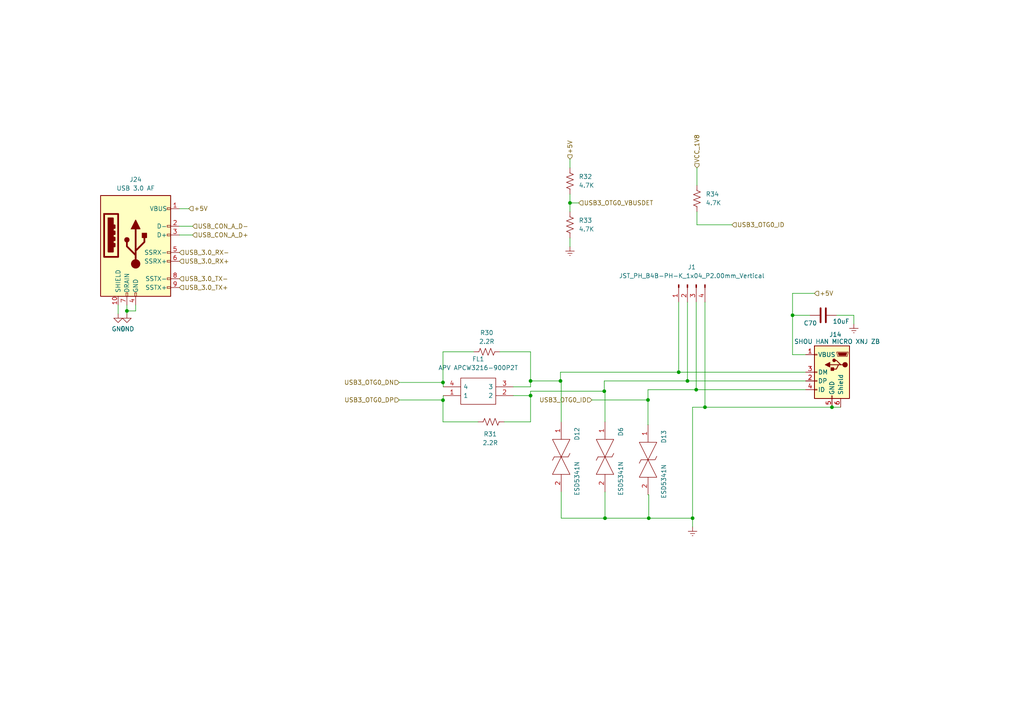
<source format=kicad_sch>
(kicad_sch (version 20231120) (generator "eeschema") (generator_version "8.0")
  (paper "A4")
  (lib_symbols
    (symbol "Connector:Conn_01x04_Pin" (pin_names (offset 1.016) hide)
      (property "Reference" "J" (at 0 5.08 0))
      (property "Value" "Conn_01x04_Pin" (at 0 -7.62 0))
      (symbol "Conn_01x04_Pin_1_1"
        (polyline (pts (xy 1.27 -5.08) (xy 0.8636 -5.08)) (stroke (width 0.1524)))
        (polyline (pts (xy 1.27 -2.54) (xy 0.8636 -2.54)) (stroke (width 0.1524)))
        (polyline (pts (xy 1.27 0) (xy 0.8636 0)) (stroke (width 0.1524)))
        (polyline (pts (xy 1.27 2.54) (xy 0.8636 2.54)) (stroke (width 0.1524)))
        (rectangle (start 0.8636 -4.953) (end 0 -5.207) (stroke (width 0.1524)) (fill (type outline)))
        (rectangle (start 0.8636 -2.413) (end 0 -2.667) (stroke (width 0.1524)) (fill (type outline)))
        (rectangle (start 0.8636 0.127) (end 0 -0.127) (stroke (width 0.1524)) (fill (type outline)))
        (rectangle (start 0.8636 2.667) (end 0 2.413) (stroke (width 0.1524)) (fill (type outline)))
        (pin passive line (at 5.08 2.54 180) (length 3.81) (name "Pin_1") (number "1"))
        (pin passive line (at 5.08 0 180) (length 3.81) (name "Pin_2") (number "2"))
        (pin passive line (at 5.08 -2.54 180) (length 3.81) (name "Pin_3") (number "3"))
        (pin passive line (at 5.08 -5.08 180) (length 3.81) (name "Pin_4") (number "4"))
      )
    )
    (symbol "Connector:USB3_A" (pin_names (offset 1.016))
      (property "Reference" "J" (at -10.16 15.24 0))
      (property "Value" "USB3_A" (at 10.16 15.24 0))
      (symbol "USB3_A_0_0"
        (rectangle (start -9.144 8.636) (end -5.08 -3.81) (stroke (width 0.508)))
        (rectangle (start -7.874 7.366) (end -6.604 -2.286) (stroke (width 0.508)) (fill (type outline)))
        (rectangle (start -6.35 0) (end -6.096 -0.762) (stroke (width 0.508)))
        (rectangle (start -6.35 1.778) (end -6.096 1.016) (stroke (width 0.508)))
        (rectangle (start -6.35 3.556) (end -6.096 2.794) (stroke (width 0.508)))
        (rectangle (start -6.35 5.334) (end -6.096 4.572) (stroke (width 0.508)))
        (rectangle (start -2.794 -15.24) (end -2.286 -14.224))
        (rectangle (start -0.254 -15.24) (end 0.254 -14.224))
        (rectangle (start 10.16 -12.446) (end 9.144 -12.954))
        (rectangle (start 10.16 -9.906) (end 9.144 -10.414))
        (rectangle (start 10.16 -4.826) (end 9.144 -5.334))
        (rectangle (start 10.16 -2.286) (end 9.144 -2.794))
        (rectangle (start 10.16 2.794) (end 9.144 2.286))
        (rectangle (start 10.16 5.334) (end 9.144 4.826))
        (rectangle (start 10.16 10.414) (end 9.144 9.906))
      )
      (symbol "USB3_A_0_1"
        (rectangle (start -10.16 13.97) (end 10.16 -15.24) (stroke (width 0.254)) (fill (type background)))
      )
      (symbol "USB3_A_1_1"
        (circle (center -2.54 1.143) (radius 0.635) (stroke (width 0.254)) (fill (type outline)))
        (circle (center 0 -5.842) (radius 1.27) (fill (type outline)))
        (polyline (pts (xy 0 -5.842) (xy 0 4.318)) (stroke (width 0.508)))
        (polyline (pts (xy 0 -3.302) (xy -2.54 -0.762) (xy -2.54 0.508)) (stroke (width 0.508)))
        (polyline (pts (xy 0 -2.032) (xy 2.54 0.508) (xy 2.54 1.778)) (stroke (width 0.508)))
        (polyline (pts (xy -1.27 4.318) (xy 0 6.858) (xy 1.27 4.318) (xy -1.27 4.318)) (stroke (width 0.254)) (fill (type outline)))
        (rectangle (start 1.905 1.778) (end 3.175 3.048) (stroke (width 0.254)) (fill (type outline)))
        (pin power_in line (at 12.7 10.16 180) (length 2.54) (name "VBUS") (number "1"))
        (pin passive line (at -5.08 -17.78 90) (length 2.54) (name "SHIELD") (number "10"))
        (pin bidirectional line (at 12.7 5.08 180) (length 2.54) (name "D-") (number "2"))
        (pin bidirectional line (at 12.7 2.54 180) (length 2.54) (name "D+") (number "3"))
        (pin power_in line (at 0 -17.78 90) (length 2.54) (name "GND") (number "4"))
        (pin output line (at 12.7 -2.54 180) (length 2.54) (name "SSRX-") (number "5"))
        (pin output line (at 12.7 -5.08 180) (length 2.54) (name "SSRX+") (number "6"))
        (pin passive line (at -2.54 -17.78 90) (length 2.54) (name "DRAIN") (number "7"))
        (pin input line (at 12.7 -10.16 180) (length 2.54) (name "SSTX-") (number "8"))
        (pin input line (at 12.7 -12.7 180) (length 2.54) (name "SSTX+") (number "9"))
      )
    )
    (symbol "Connector:USB_OTG" (pin_names (offset 1.016))
      (property "Reference" "J14" (at -1.27 10.922 0))
      (property "Value" "USB_OTG" (at -3.81 8.89 0))
      (symbol "USB_OTG_0_1"
        (rectangle (start -5.08 7.62) (end 5.08 -7.62) (stroke (width 0.254)) (fill (type background)))
        (circle (center -3.81 2.159) (radius 0.635) (stroke (width 0.254)) (fill (type outline)))
        (circle (center -0.635 3.429) (radius 0.381) (stroke (width 0.254)) (fill (type outline)))
        (rectangle (start -0.127 -7.62) (end 0.127 -6.858))
        (polyline (pts (xy -1.905 2.159) (xy 0.635 2.159)) (stroke (width 0.254)))
        (polyline (pts (xy -3.175 2.159) (xy -2.54 2.159) (xy -1.27 3.429) (xy -0.635 3.429)) (stroke (width 0.254)))
        (polyline (pts (xy -2.54 2.159) (xy -1.905 2.159) (xy -1.27 0.889) (xy 0 0.889)) (stroke (width 0.254)))
        (polyline (pts (xy 0.635 2.794) (xy 0.635 1.524) (xy 1.905 2.159) (xy 0.635 2.794)) (stroke (width 0.254)) (fill (type outline)))
        (polyline (pts (xy -4.318 5.588) (xy -1.778 5.588) (xy -2.032 4.826) (xy -4.064 4.826) (xy -4.318 5.588)) (fill (type outline)))
        (polyline (pts (xy -4.699 5.842) (xy -4.699 5.588) (xy -4.445 4.826) (xy -4.445 4.572) (xy -1.651 4.572) (xy -1.651 4.826) (xy -1.397 5.588) (xy -1.397 5.842) (xy -4.699 5.842)))
        (rectangle (start 0.254 1.27) (end -0.508 0.508) (stroke (width 0.254)) (fill (type outline)))
        (rectangle (start 5.08 -5.207) (end 4.318 -4.953))
        (rectangle (start 5.08 -2.667) (end 4.318 -2.413))
        (rectangle (start 5.08 -0.127) (end 4.318 0.127))
        (rectangle (start 5.08 4.953) (end 4.318 5.207))
      )
      (symbol "USB_OTG_1_1"
        (pin passive line (at 7.62 5.08 180) (length 2.54) (name "VBUS") (number "1"))
        (pin bidirectional line (at 7.62 -2.54 180) (length 2.54) (name "DP") (number "2"))
        (pin bidirectional line (at 7.62 0 180) (length 2.54) (name "DM") (number "3"))
        (pin passive line (at 7.62 -5.08 180) (length 2.54) (name "ID") (number "4"))
        (pin passive line (at 0 -10.16 90) (length 2.54) (name "GND") (number "5"))
        (pin passive line (at -2.54 -10.16 90) (length 2.54) (name "Shield") (number "6"))
      )
    )
    (symbol "DLW31SN900SQ2L:DLW31SN900SQ2L" (pin_names (offset 0.762))
      (property "Reference" "FL" (at 16.51 7.62 0))
      (property "Value" "DLW31SN900SQ2L" (at 16.51 5.08 0))
      (symbol "DLW31SN900SQ2L_0_0"
        (pin passive line (at 0 -2.54 0) (length 5.08) (name "1") (number "1"))
        (pin passive line (at 20.32 -2.54 180) (length 5.08) (name "2") (number "2"))
        (pin passive line (at 20.32 0 180) (length 5.08) (name "3") (number "3"))
        (pin passive line (at 0 0 0) (length 5.08) (name "4") (number "4"))
      )
      (symbol "DLW31SN900SQ2L_0_1"
        (polyline (pts (xy 5.08 2.54) (xy 15.24 2.54) (xy 15.24 -5.08) (xy 5.08 -5.08) (xy 5.08 2.54)) (stroke (width 0.1524)))
      )
    )
    (symbol "Device:C" (pin_numbers hide) (pin_names (offset 0.254))
      (property "Reference" "C" (at 0.635 2.54 0))
      (property "Value" "C" (at 0.635 -2.54 0))
      (symbol "C_0_1"
        (polyline (pts (xy -2.032 -0.762) (xy 2.032 -0.762)) (stroke (width 0.508)))
        (polyline (pts (xy -2.032 0.762) (xy 2.032 0.762)) (stroke (width 0.508)))
      )
      (symbol "C_1_1"
        (pin passive line (at 0 3.81 270) (length 2.794) (name "~") (number "1"))
        (pin passive line (at 0 -3.81 90) (length 2.794) (name "~") (number "2"))
      )
    )
    (symbol "Device:R_US" (pin_numbers hide) (pin_names (offset 0))
      (property "Reference" "R" (at 2.54 0 90))
      (property "Value" "R_US" (at -2.54 0 90))
      (symbol "R_US_0_1"
        (polyline (pts (xy 0 -2.286) (xy 0 -2.54)))
        (polyline (pts (xy 0 2.286) (xy 0 2.54)))
        (polyline (pts (xy 0 -0.762) (xy 1.016 -1.143) (xy 0 -1.524) (xy -1.016 -1.905) (xy 0 -2.286)))
        (polyline (pts (xy 0 0.762) (xy 1.016 0.381) (xy 0 0) (xy -1.016 -0.381) (xy 0 -0.762)))
        (polyline (pts (xy 0 2.286) (xy 1.016 1.905) (xy 0 1.524) (xy -1.016 1.143) (xy 0 0.762)))
      )
      (symbol "R_US_1_1"
        (pin passive line (at 0 3.81 270) (length 1.27) (name "~") (number "1"))
        (pin passive line (at 0 -3.81 90) (length 1.27) (name "~") (number "2"))
      )
    )
    (symbol "SP0402B-ULC-01ETG:SP0402B-ULC-01ETG" (pin_names (offset 0.762))
      (property "Reference" "D" (at 12.7 8.89 0))
      (property "Value" "SP0402B-ULC-01ETG" (at 12.7 6.35 0))
      (symbol "SP0402B-ULC-01ETG_0_0"
        (pin passive line (at 0 0 0) (length 5.08) (name "~") (number "1"))
        (pin passive line (at 20.32 0 180) (length 5.08) (name "~") (number "2"))
      )
      (symbol "SP0402B-ULC-01ETG_0_1"
        (polyline (pts (xy 9.144 2.54) (xy 10.16 2.032)) (stroke (width 0.1524)))
        (polyline (pts (xy 10.16 -2.032) (xy 10.16 2.032)) (stroke (width 0.1524)))
        (polyline (pts (xy 10.16 -2.032) (xy 11.176 -2.54)) (stroke (width 0.1524)))
        (polyline (pts (xy 10.16 0) (xy 5.08 -2.54) (xy 5.08 2.54) (xy 10.16 0)) (stroke (width 0.1524)))
        (polyline (pts (xy 10.16 0) (xy 15.24 -2.54) (xy 15.24 2.54) (xy 10.16 0)) (stroke (width 0.1524)))
      )
    )
    (symbol "power:Earth" (power) (pin_names (offset 0))
      (symbol "Earth_0_1"
        (polyline (pts (xy -0.635 -1.905) (xy 0.635 -1.905)))
        (polyline (pts (xy -0.127 -2.54) (xy 0.127 -2.54)))
        (polyline (pts (xy 0 -1.27) (xy 0 0)))
        (polyline (pts (xy 1.27 -1.27) (xy -1.27 -1.27)))
      )
      (symbol "Earth_1_1"
        (pin power_in line (at 0 0 270) (length 0) hide (name "Earth") (number "1"))
      )
    )
    (symbol "power:GND" (power) (pin_names (offset 0))
      (property "Value" "GND" (at 0 -3.81 0))
      (symbol "GND_0_1"
        (polyline (pts (xy 0 0) (xy 0 -1.27) (xy 1.27 -1.27) (xy 0 -2.54) (xy -1.27 -1.27) (xy 0 -1.27)))
      )
      (symbol "GND_1_1"
        (pin power_in line (at 0 0 270) (length 0) hide (name "GND") (number "1"))
      )
    )
  )
  (junction (at 165.3132 58.8557))
  (junction (at 201.93 113.03))
  (junction (at 229.87 91.44))
  (junction (at 204.47 118.11))
  (junction (at 188.1675 150.2957))
  (junction (at 175.26 113.4657))
  (junction (at 128.4832 110.9257))
  (junction (at 187.9431 116.0057))
  (junction (at 153.8832 114.7367))
  (junction (at 175.4732 150.2957))
  (junction (at 128.4832 116.0685))
  (junction (at 196.85 107.95))
  (junction (at 200.8732 150.2957))
  (junction (at 153.8832 110.49))
  (junction (at 36.8055 90.1822))
  (junction (at 199.39 110.49))
  (junction (at 241.3 118.11))
  (junction (at 162.56 110.49))
  (wire (pts (xy 196.85 107.95) (xy 162.56 107.95)))
  (wire (pts (xy 200.8732 118.11) (xy 204.47 118.11)))
  (wire (pts (xy 201.93 113.03) (xy 187.9431 113.03)))
  (wire (pts (xy 202.1432 65.2057) (xy 212.3032 65.2057)))
  (wire (pts (xy 204.47 118.11) (xy 241.3 118.11)))
  (wire (pts (xy 175.4732 150.2957) (xy 188.1675 150.2957)))
  (wire (pts (xy 153.8832 122.3557) (xy 146.2632 122.3557)))
  (wire (pts (xy 175.26 113.4657) (xy 175.4732 113.4657)))
  (wire (pts (xy 128.5532 112.1967) (xy 128.5532 110.9257)))
  (wire (pts (xy 128.5532 110.9257) (xy 128.4832 110.9257)))
  (wire (pts (xy 187.9431 123.19) (xy 187.96 123.19)))
  (wire (pts (xy 128.5532 116.0685) (xy 128.4832 116.0685)))
  (wire (pts (xy 162.7732 110.49) (xy 162.7732 122.3557)))
  (wire (pts (xy 234.95 91.44) (xy 229.87 91.44)))
  (wire (pts (xy 165.3132 56.3157) (xy 165.3132 58.8557)))
  (wire (pts (xy 153.8832 113.4657) (xy 175.26 113.4657)))
  (wire (pts (xy 128.5532 114.7367) (xy 128.5532 116.0685)))
  (wire (pts (xy 202.1432 48.6957) (xy 202.1432 53.7757)))
  (wire (pts (xy 162.7732 150.2957) (xy 175.4732 150.2957)))
  (wire (pts (xy 115.7832 116.0057) (xy 128.4832 116.0057)))
  (wire (pts (xy 188.1675 150.2957) (xy 188.1675 143.51)))
  (wire (pts (xy 39.3455 90.1822) (xy 36.8055 90.1822)))
  (wire (pts (xy 201.93 87.63) (xy 201.93 113.03)))
  (wire (pts (xy 162.7732 150.2957) (xy 162.7732 142.6757)))
  (wire (pts (xy 241.3 118.11) (xy 243.84 118.11)))
  (wire (pts (xy 199.39 87.63) (xy 199.39 110.49)))
  (wire (pts (xy 242.57 91.44) (xy 247.65 91.44)))
  (wire (pts (xy 153.8832 114.7367) (xy 153.8832 122.3557)))
  (wire (pts (xy 204.47 87.63) (xy 204.47 118.11)))
  (wire (pts (xy 153.8832 110.49) (xy 153.8832 112.1967)))
  (wire (pts (xy 162.56 107.95) (xy 162.56 110.49)))
  (wire (pts (xy 138.6432 122.3557) (xy 128.4832 122.3557)))
  (wire (pts (xy 128.4832 122.3557) (xy 128.4832 116.0685)))
  (wire (pts (xy 236.22 85.09) (xy 229.87 85.09)))
  (wire (pts (xy 153.8832 102.0357) (xy 153.8832 110.49)))
  (wire (pts (xy 202.1432 61.3957) (xy 202.1432 65.2057)))
  (wire (pts (xy 36.8055 90.1822) (xy 36.8055 88.4767)))
  (wire (pts (xy 137.3732 102.0357) (xy 128.4832 102.0357)))
  (wire (pts (xy 128.4832 102.0357) (xy 128.4832 110.9257)))
  (wire (pts (xy 162.56 110.49) (xy 153.8832 110.49)))
  (wire (pts (xy 199.39 110.49) (xy 175.26 110.49)))
  (wire (pts (xy 165.3132 69.0157) (xy 165.3132 71.5557)))
  (wire (pts (xy 34.2655 91.0167) (xy 34.2655 88.4767)))
  (wire (pts (xy 36.8055 91.0167) (xy 36.8055 90.1822)))
  (wire (pts (xy 187.9431 113.03) (xy 187.9431 116.0057)))
  (wire (pts (xy 128.4832 116.0685) (xy 128.4832 116.0057)))
  (wire (pts (xy 233.68 107.95) (xy 196.85 107.95)))
  (wire (pts (xy 175.26 110.49) (xy 175.26 113.4657)))
  (wire (pts (xy 188.1675 143.51) (xy 187.96 143.51)))
  (wire (pts (xy 54.7615 60.4945) (xy 54.7615 60.5367)))
  (wire (pts (xy 148.8732 112.1967) (xy 153.8832 112.1967)))
  (wire (pts (xy 39.3455 88.4767) (xy 39.3455 90.1822)))
  (wire (pts (xy 55.8555 65.6167) (xy 52.0455 65.6167)))
  (wire (pts (xy 200.8732 150.2957) (xy 200.8732 152.8357)))
  (wire (pts (xy 187.9431 116.0057) (xy 187.9431 123.19)))
  (wire (pts (xy 54.7615 60.5367) (xy 52.0455 60.5367)))
  (wire (pts (xy 144.9932 102.0357) (xy 153.8832 102.0357)))
  (wire (pts (xy 233.68 110.49) (xy 199.39 110.49)))
  (wire (pts (xy 188.1675 150.2957) (xy 200.8732 150.2957)))
  (wire (pts (xy 165.3132 58.8557) (xy 165.3132 61.3957)))
  (wire (pts (xy 52.0455 68.1567) (xy 55.8555 68.1567)))
  (wire (pts (xy 196.85 87.63) (xy 196.85 107.95)))
  (wire (pts (xy 200.8732 118.11) (xy 200.8732 150.2957)))
  (wire (pts (xy 175.4732 150.2957) (xy 175.4732 142.6757)))
  (wire (pts (xy 167.8532 58.8557) (xy 165.3132 58.8557)))
  (wire (pts (xy 171.6632 116.0057) (xy 187.9431 116.0057)))
  (wire (pts (xy 229.87 85.09) (xy 229.87 91.44)))
  (wire (pts (xy 148.8732 114.7367) (xy 153.8832 114.7367)))
  (wire (pts (xy 229.87 91.44) (xy 229.87 102.87)))
  (wire (pts (xy 175.4732 113.4657) (xy 175.4732 122.3557)))
  (wire (pts (xy 247.65 93.98) (xy 247.65 91.44)))
  (wire (pts (xy 162.7732 110.49) (xy 162.56 110.49)))
  (wire (pts (xy 233.68 113.03) (xy 201.93 113.03)))
  (wire (pts (xy 153.8832 113.4657) (xy 153.8832 114.7367)))
  (wire (pts (xy 115.7832 110.9257) (xy 128.4832 110.9257)))
  (wire (pts (xy 229.87 102.87) (xy 233.68 102.87)))
  (wire (pts (xy 165.3132 46.1557) (xy 165.3132 48.6957)))
  (hierarchical_label "USB_CON_A_D-" (shape input) (at 55.8555 65.6167 0))
  (hierarchical_label "VCC_1V8" (shape input) (at 202.1432 48.6957 90))
  (hierarchical_label "USB_3.0_RX-" (shape input) (at 52.0455 73.2367 0))
  (hierarchical_label "USB_3.0_TX+" (shape input) (at 52.0455 83.3967 0))
  (hierarchical_label "USB3_OTG0_ID" (shape input) (at 212.3032 65.2057 0))
  (hierarchical_label "USB_3.0_RX+" (shape input) (at 52.0455 75.7767 0))
  (hierarchical_label "+5V" (shape input) (at 165.3132 46.1557 90))
  (hierarchical_label "USB_3.0_TX-" (shape input) (at 52.0455 80.8567 0))
  (hierarchical_label "USB3_OTG0_ID" (shape input) (at 171.6632 116.0057 180))
  (hierarchical_label "USB_CON_A_D+" (shape input) (at 55.8555 68.1567 0))
  (hierarchical_label "+5V" (shape input) (at 54.7615 60.4945 0))
  (hierarchical_label "USB3_OTG0_DP" (shape input) (at 115.7832 116.0057 180))
  (hierarchical_label "USB3_OTG0_VBUSDET" (shape input) (at 167.8532 58.8557 0))
  (hierarchical_label "USB3_OTG0_DN" (shape input) (at 115.7832 110.9257 180))
  (hierarchical_label "+5V" (shape input) (at 236.22 85.09 0))
  (symbol (lib_id "SP0402B-ULC-01ETG:SP0402B-ULC-01ETG") (at 175.4732 122.3557 270) (unit 1)
    (property "Reference" "D6" (at 180.0452 123.8797 0) (effects (justify left)))
    (property "Value" "ESD5341N" (at 180.0452 133.7857 0) (effects (justify left)))
    (property "Footprint" "ESD5341N:ESD5341N" (effects (hide yes)))
    (property "Datasheet" "https://www.mouser.com/datasheet/2/240/Littelfuse_TVS_Diode_Array_Ultra_Low_Capacitance_D-1021420.pdf" (effects (hide yes)))
    (property "Description" "ESD Suppressors / TVS Diodes 5V .13pF 20kV" (effects (hide yes)))
    (property "Manufacturer_Name" "LITTELFUSE" (effects (hide yes)))
    (property "Manufacturer_Part_Number" "SP0402B-ULC-01ETG" (effects (hide yes)))
    (property "Mouser Part Number" "576-SP0402BULC-01ETG" (effects (hide yes)))
    (property "Mouser Price/Stock" "https://www.mouser.co.uk/ProductDetail/Littelfuse/SP0402B-ULC-01ETG?qs=lM4gFlnEeENx4cnTNlk34g%3D%3D" (effects (hide yes)))
    (property "Arrow Part Number" "SP0402B-ULC-01ETG" (effects (hide yes)))
    (property "Arrow Price/Stock" "https://www.arrow.com/en/products/sp0402b-ulc-01etg/littelfuse?region=nac" (effects (hide yes)))
    (property "MPN" "ESD5341N" (effects (hide yes)))
  )
  (symbol (lib_id "power:Earth") (at 200.8732 152.8357 0) (unit 1)
    (property "Reference" "#PWR073" (effects (hide yes)))
    (property "Value" "Earth" (effects (hide yes)))
    (property "Description" "Power symbol creates a global label with name \"Earth\"" (effects (hide yes)))
  )
  (symbol (lib_id "power:GND") (at 34.2655 91.0167 0) (unit 1)
    (property "Reference" "#PWR065" (effects (hide yes)))
    (property "Value" "GND" (at 34.3925 95.4109 0))
  )
  (symbol (lib_id "power:GND") (at 36.8055 91.0167 0) (unit 1)
    (property "Reference" "#PWR066" (effects (hide yes)))
    (property "Value" "GND" (at 36.9325 95.4109 0))
  )
  (symbol (lib_id "SP0402B-ULC-01ETG:SP0402B-ULC-01ETG") (at 187.96 123.19 270) (unit 1)
    (property "Reference" "D13" (at 192.532 124.714 0) (effects (justify left)))
    (property "Value" "ESD5341N" (at 192.532 134.62 0) (effects (justify left)))
    (property "Footprint" "ESD5341N:ESD5341N" (effects (hide yes)))
    (property "Datasheet" "https://www.mouser.com/datasheet/2/240/Littelfuse_TVS_Diode_Array_Ultra_Low_Capacitance_D-1021420.pdf" (effects (hide yes)))
    (property "Description" "ESD Suppressors / TVS Diodes 5V .13pF 20kV" (effects (hide yes)))
    (property "Manufacturer_Name" "LITTELFUSE" (effects (hide yes)))
    (property "Manufacturer_Part_Number" "SP0402B-ULC-01ETG" (effects (hide yes)))
    (property "Mouser Part Number" "576-SP0402BULC-01ETG" (effects (hide yes)))
    (property "Mouser Price/Stock" "https://www.mouser.co.uk/ProductDetail/Littelfuse/SP0402B-ULC-01ETG?qs=lM4gFlnEeENx4cnTNlk34g%3D%3D" (effects (hide yes)))
    (property "Arrow Part Number" "SP0402B-ULC-01ETG" (effects (hide yes)))
    (property "Arrow Price/Stock" "https://www.arrow.com/en/products/sp0402b-ulc-01etg/littelfuse?region=nac" (effects (hide yes)))
    (property "MPN" "ESD5341N" (effects (hide yes)))
  )
  (symbol (lib_id "Connector:USB_OTG") (at 241.3 107.95 0) (mirror y) (unit 1)
    (property "Reference" "J14" (at 244.094 97.028 0) (effects (justify left)))
    (property "Value" "SHOU HAN MICRO XNJ ZB" (at 255.27 99.06 0) (effects (justify left)))
    (property "Footprint" "footprint:Micro-B SMD" (effects (hide yes)))
    (property "Datasheet" " ~" (effects (hide yes)))
    (property "Description" "USB mini/micro connector" (effects (hide yes)))
    (property "MPN" "SHOU HAN MICRO XNJ ZB" (effects (hide yes)))
  )
  (symbol (lib_id "Device:R_US") (at 142.4532 122.3557 90) (unit 1)
    (property "Reference" "R31" (at 142.1992 125.9117 90))
    (property "Value" "2.2R" (at 142.1992 128.4517 90))
    (property "Footprint" "Resistor_SMD:R_0402_1005Metric" (effects (hide yes)))
    (property "Description" "Resistor, US symbol" (effects (hide yes)))
    (property "MPN" "0402WGF220KTCE" (effects (hide yes)))
  )
  (symbol (lib_id "Device:R_US") (at 202.1432 57.5857 0) (unit 1)
    (property "Reference" "R34" (at 204.6832 56.3156 0) (effects (justify left)))
    (property "Value" "4.7K" (at 204.6832 58.8556 0) (effects (justify left)))
    (property "Footprint" "Resistor_SMD:R_0603_1608Metric" (effects (hide yes)))
    (property "Description" "Resistor, US symbol" (effects (hide yes)))
    (property "MPN" "0603WAF270JT5E" (effects (hide yes)))
  )
  (symbol (lib_id "Device:R_US") (at 165.3132 65.2057 0) (unit 1)
    (property "Reference" "R33" (at 167.8532 63.9356 0) (effects (justify left)))
    (property "Value" "4.7K" (at 167.8532 66.4756 0) (effects (justify left)))
    (property "Footprint" "Resistor_SMD:R_0603_1608Metric" (effects (hide yes)))
    (property "Description" "Resistor, US symbol" (effects (hide yes)))
    (property "MPN" "0603WAF270JT5E" (effects (hide yes)))
  )
  (symbol (lib_id "DLW31SN900SQ2L:DLW31SN900SQ2L") (at 128.5532 112.1967 0) (unit 1)
    (property "Reference" "FL1" (at 138.7132 104.14 0))
    (property "Value" "APV APCW3216-900P2T" (at 138.7132 106.68 0))
    (property "Footprint" "DLW31SN900SQ2L:DLW31SH222SQ2L" (effects (hide yes)))
    (property "Datasheet" "https://www.murata.com/en-us/products/productdetail?partno=DLW31SN900SQ2%23" (effects (hide yes)))
    (property "Description" "Common mode choke SMD 1206 370mA 90R Murata DLW31S Series Wire-wound SMD Inductor +/-25% Wire-Wound 370mA Idc" (effects (hide yes)))
    (property "Height" "2.1" (effects (hide yes)))
    (property "Manufacturer_Name" "Murata Electronics" (effects (hide yes)))
    (property "Manufacturer_Part_Number" "DLW31SN900SQ2L" (effects (hide yes)))
    (property "Mouser Part Number" "81-DLW31SN900SQ2L" (effects (hide yes)))
    (property "Mouser Price/Stock" "https://www.mouser.co.uk/ProductDetail/Murata-Electronics/DLW31SN900SQ2L?qs=MvDi5e8ZjmVQKH%2F%2FPPGwmg%3D%3D" (effects (hide yes)))
    (property "Arrow Part Number" "DLW31SN900SQ2L" (effects (hide yes)))
    (property "Arrow Price/Stock" "https://www.arrow.com/en/products/dlw31sn900sq2l/murata-manufacturing?region=nac" (effects (hide yes)))
    (property "MPN" "APV APCW3216-900P2T" (effects (hide yes)))
  )
  (symbol (lib_id "Connector:Conn_01x04_Pin") (at 199.39 82.55 90) (mirror x) (unit 1)
    (property "Reference" "J1" (at 200.66 77.47 90))
    (property "Value" "JST_PH_B4B-PH-K_1x04_P2.00mm_Vertical" (at 200.66 80.01 90))
    (property "Footprint" "Connector_JST:JST_PH_B4B-PH-K_1x04_P2.00mm_Vertical" (effects (hide yes)))
    (property "Description" "Generic connector, single row, 01x04, script generated" (effects (hide yes)))
    (property "MPN" "JST_PH_B4B-PH-K_1x04_P2.00mm_Vertical" (effects (hide yes)))
  )
  (symbol (lib_id "SP0402B-ULC-01ETG:SP0402B-ULC-01ETG") (at 162.7732 122.3557 270) (unit 1)
    (property "Reference" "D12" (at 167.3452 123.8797 0) (effects (justify left)))
    (property "Value" "ESD5341N" (at 167.3452 133.7857 0) (effects (justify left)))
    (property "Footprint" "ESD5341N:ESD5341N" (effects (hide yes)))
    (property "Datasheet" "https://www.mouser.com/datasheet/2/240/Littelfuse_TVS_Diode_Array_Ultra_Low_Capacitance_D-1021420.pdf" (effects (hide yes)))
    (property "Description" "ESD Suppressors / TVS Diodes 5V .13pF 20kV" (effects (hide yes)))
    (property "Manufacturer_Name" "LITTELFUSE" (effects (hide yes)))
    (property "Manufacturer_Part_Number" "SP0402B-ULC-01ETG" (effects (hide yes)))
    (property "Mouser Part Number" "576-SP0402BULC-01ETG" (effects (hide yes)))
    (property "Mouser Price/Stock" "https://www.mouser.co.uk/ProductDetail/Littelfuse/SP0402B-ULC-01ETG?qs=lM4gFlnEeENx4cnTNlk34g%3D%3D" (effects (hide yes)))
    (property "Arrow Part Number" "SP0402B-ULC-01ETG" (effects (hide yes)))
    (property "Arrow Price/Stock" "https://www.arrow.com/en/products/sp0402b-ulc-01etg/littelfuse?region=nac" (effects (hide yes)))
    (property "MPN" "ESD5341N" (effects (hide yes)))
  )
  (symbol (lib_id "power:Earth") (at 165.3132 71.5557 0) (unit 1)
    (property "Reference" "#PWR072" (effects (hide yes)))
    (property "Value" "Earth" (effects (hide yes)))
    (property "Description" "Power symbol creates a global label with name \"Earth\"" (effects (hide yes)))
  )
  (symbol (lib_id "Device:R_US") (at 165.3132 52.5057 0) (unit 1)
    (property "Reference" "R32" (at 167.8532 51.2356 0) (effects (justify left)))
    (property "Value" "4.7K" (at 167.8532 53.7756 0) (effects (justify left)))
    (property "Footprint" "Resistor_SMD:R_0603_1608Metric" (effects (hide yes)))
    (property "Description" "Resistor, US symbol" (effects (hide yes)))
    (property "MPN" "0603WAF270JT5E" (effects (hide yes)))
  )
  (symbol (lib_id "power:Earth") (at 247.65 93.98 0) (unit 1)
    (property "Reference" "#PWR067" (effects (hide yes)))
    (property "Value" "Earth" (effects (hide yes)))
    (property "Description" "Power symbol creates a global label with name \"Earth\"" (effects (hide yes)))
  )
  (symbol (lib_id "Device:R_US") (at 141.1832 102.0357 90) (unit 1)
    (property "Reference" "R30" (at 141.1832 96.52 90))
    (property "Value" "2.2R" (at 141.1832 99.06 90))
    (property "Footprint" "Resistor_SMD:R_0402_1005Metric" (effects (hide yes)))
    (property "Description" "Resistor, US symbol" (effects (hide yes)))
    (property "MPN" "0402WGF220KTCE" (effects (hide yes)))
  )
  (symbol (lib_id "Connector:USB3_A") (at 39.3455 70.6967 0) (unit 1)
    (property "Reference" "J24" (at 39.3455 52.07 0))
    (property "Value" "USB 3.0 AF" (at 39.3455 54.61 0))
    (property "Footprint" "Connector_USB:CP-USB-3015" (effects (hide yes)))
    (property "Description" "USB 3.0 A connector" (effects (hide yes)))
    (property "MPN" "USB3.0 侧插" (effects (hide yes)))
  )
  (symbol (lib_id "Device:C") (at 238.76 91.44 90) (unit 1)
    (property "Reference" "C70" (at 236.982 93.726 90) (effects (justify left)))
    (property "Value" "10uF" (at 246.38 93.218 90) (effects (justify left)))
    (property "Footprint" "Capacitor_SMD:C_0603_1608Metric" (effects (hide yes)))
    (property "Description" "Unpolarized capacitor" (effects (hide yes)))
    (property "MPN" "CL10A106MO8NQNC" (effects (hide yes)))
  )
)
</source>
